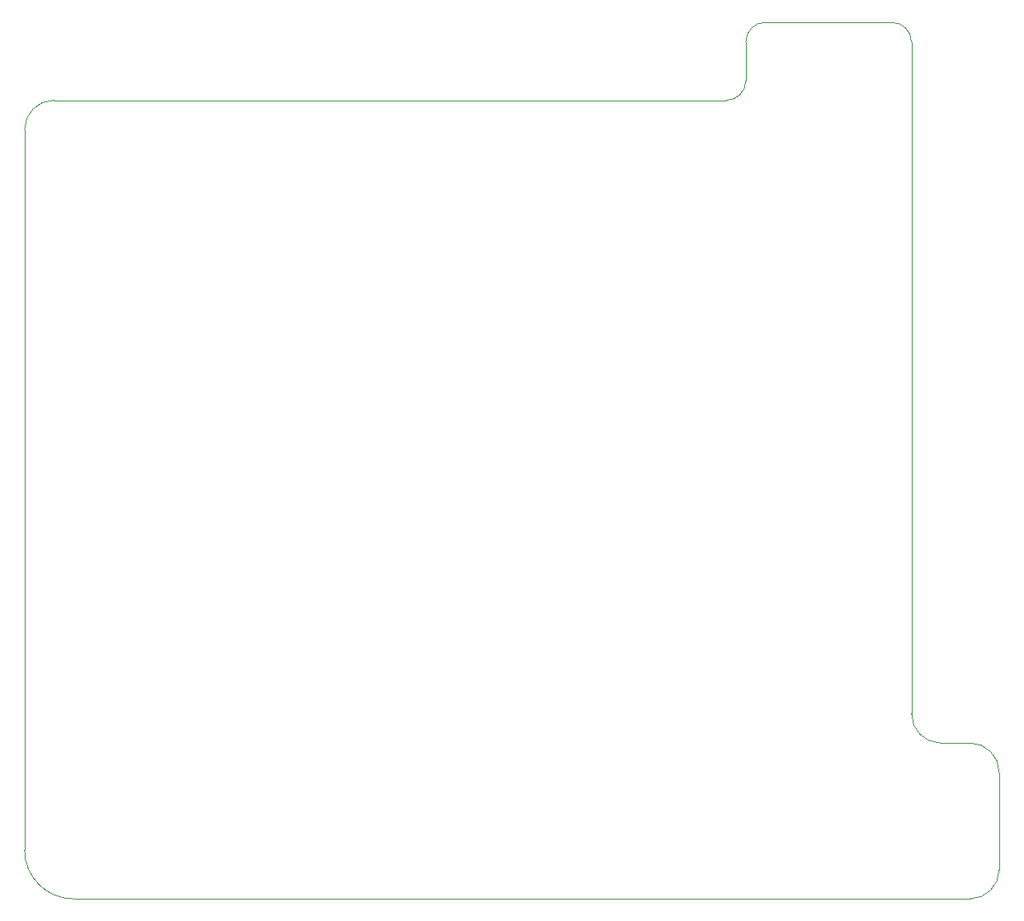
<source format=gbr>
%TF.GenerationSoftware,KiCad,Pcbnew,(5.1.6)-1*%
%TF.CreationDate,2020-08-26T09:56:27+01:00*%
%TF.ProjectId,Fission,46697373-696f-46e2-9e6b-696361645f70,rev?*%
%TF.SameCoordinates,Original*%
%TF.FileFunction,Profile,NP*%
%FSLAX46Y46*%
G04 Gerber Fmt 4.6, Leading zero omitted, Abs format (unit mm)*
G04 Created by KiCad (PCBNEW (5.1.6)-1) date 2020-08-26 09:56:27*
%MOMM*%
%LPD*%
G01*
G04 APERTURE LIST*
%TA.AperFunction,Profile*%
%ADD10C,0.050000*%
%TD*%
G04 APERTURE END LIST*
D10*
X142000000Y-129000000D02*
X139000000Y-129000000D01*
X142000000Y-129000000D02*
G75*
G02*
X145000000Y-132000000I0J-3000000D01*
G01*
X139000000Y-129000000D02*
G75*
G02*
X136000000Y-126000000I0J3000000D01*
G01*
X48000000Y-63000000D02*
X117000000Y-63000000D01*
X45000000Y-66000000D02*
G75*
G02*
X48000000Y-63000000I3000000J0D01*
G01*
X145000000Y-142000000D02*
G75*
G02*
X142000000Y-145000000I-3000000J0D01*
G01*
X50000000Y-145000000D02*
G75*
G02*
X45000000Y-140000000I0J5000000D01*
G01*
X136000000Y-57000000D02*
X136000000Y-126000000D01*
X134000000Y-55000000D02*
G75*
G02*
X136000000Y-57000000I0J-2000000D01*
G01*
X119000000Y-57000000D02*
G75*
G02*
X121000000Y-55000000I2000000J0D01*
G01*
X119000000Y-61000000D02*
G75*
G02*
X117000000Y-63000000I-2000000J0D01*
G01*
X50000000Y-145000000D02*
X142000000Y-145000000D01*
X45000000Y-66000000D02*
X45000000Y-140000000D01*
X119000000Y-59000000D02*
X119000000Y-61000000D01*
X119000000Y-57000000D02*
X119000000Y-59000000D01*
X134000000Y-55000000D02*
X121000000Y-55000000D01*
X145000000Y-142000000D02*
X145000000Y-132000000D01*
M02*

</source>
